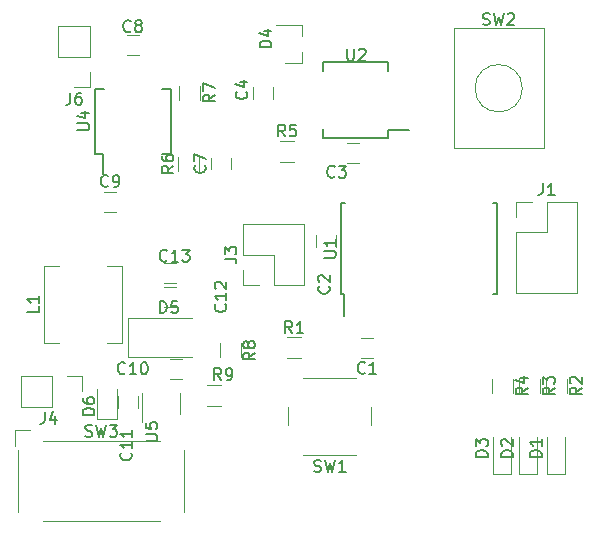
<source format=gto>
G04 #@! TF.FileFunction,Legend,Top*
%FSLAX46Y46*%
G04 Gerber Fmt 4.6, Leading zero omitted, Abs format (unit mm)*
G04 Created by KiCad (PCBNEW 4.0.7) date 11/06/17 18:42:07*
%MOMM*%
%LPD*%
G01*
G04 APERTURE LIST*
%ADD10C,0.100000*%
%ADD11C,0.120000*%
%ADD12C,0.150000*%
G04 APERTURE END LIST*
D10*
D11*
X59496000Y-152714000D02*
X59496000Y-147514000D01*
X56896000Y-152714000D02*
X59496000Y-152714000D01*
X54296000Y-147514000D02*
X59496000Y-147514000D01*
X56896000Y-152714000D02*
X56896000Y-150114000D01*
X56896000Y-150114000D02*
X54296000Y-150114000D01*
X54296000Y-150114000D02*
X54296000Y-147514000D01*
X55626000Y-152714000D02*
X54296000Y-152714000D01*
X54296000Y-152714000D02*
X54296000Y-151384000D01*
D12*
X62640000Y-153481000D02*
X62890000Y-153481000D01*
X62640000Y-145731000D02*
X62975000Y-145731000D01*
X75790000Y-145731000D02*
X75455000Y-145731000D01*
X75790000Y-153481000D02*
X75455000Y-153481000D01*
X62640000Y-153481000D02*
X62640000Y-145731000D01*
X75790000Y-153481000D02*
X75790000Y-145731000D01*
X62890000Y-153481000D02*
X62890000Y-155281000D01*
D11*
X63897000Y-160544000D02*
X59397000Y-160544000D01*
X65147000Y-164544000D02*
X65147000Y-163044000D01*
X59397000Y-167044000D02*
X63897000Y-167044000D01*
X58147000Y-163044000D02*
X58147000Y-164544000D01*
X79756000Y-141097000D02*
X79756000Y-130937000D01*
X72136000Y-130937000D02*
X79756000Y-130937000D01*
X72136000Y-130937000D02*
X72136000Y-141097000D01*
X72136000Y-141097000D02*
X79756000Y-141097000D01*
X77946000Y-136017000D02*
G75*
G03X77946000Y-136017000I-2000000J0D01*
G01*
X64290000Y-158838000D02*
X65290000Y-158838000D01*
X65290000Y-157138000D02*
X64290000Y-157138000D01*
X60491000Y-148451000D02*
X60491000Y-149451000D01*
X62191000Y-149451000D02*
X62191000Y-148451000D01*
X63147000Y-142328000D02*
X64147000Y-142328000D01*
X64147000Y-140628000D02*
X63147000Y-140628000D01*
X51601000Y-141887000D02*
X51601000Y-142887000D01*
X53301000Y-142887000D02*
X53301000Y-141887000D01*
X45458000Y-131484000D02*
X44458000Y-131484000D01*
X44458000Y-133184000D02*
X45458000Y-133184000D01*
X43553000Y-144819000D02*
X42553000Y-144819000D01*
X42553000Y-146519000D02*
X43553000Y-146519000D01*
X49141000Y-158916000D02*
X48141000Y-158916000D01*
X48141000Y-160616000D02*
X49141000Y-160616000D01*
X43727000Y-162060000D02*
X43727000Y-163060000D01*
X45427000Y-163060000D02*
X45427000Y-162060000D01*
X48653000Y-152820000D02*
X47653000Y-152820000D01*
X47653000Y-154520000D02*
X48653000Y-154520000D01*
X48653000Y-150788000D02*
X47653000Y-150788000D01*
X47653000Y-152488000D02*
X48653000Y-152488000D01*
X81576188Y-165510908D02*
X81576188Y-168710908D01*
X80076188Y-168710908D02*
X80076188Y-165510908D01*
X80076188Y-168710908D02*
X81576188Y-168710908D01*
X79163188Y-165510908D02*
X79163188Y-168710908D01*
X77663188Y-168710908D02*
X77663188Y-165510908D01*
X77663188Y-168710908D02*
X79163188Y-168710908D01*
X77004188Y-165510908D02*
X77004188Y-168710908D01*
X75504188Y-168710908D02*
X75504188Y-165510908D01*
X75504188Y-168710908D02*
X77004188Y-168710908D01*
X59291000Y-133853000D02*
X59291000Y-132923000D01*
X59291000Y-130693000D02*
X59291000Y-131623000D01*
X59291000Y-130693000D02*
X57131000Y-130693000D01*
X59291000Y-133853000D02*
X57831000Y-133853000D01*
X77410000Y-153349000D02*
X82610000Y-153349000D01*
X77410000Y-148209000D02*
X77410000Y-153349000D01*
X82610000Y-145609000D02*
X82610000Y-153349000D01*
X77410000Y-148209000D02*
X80010000Y-148209000D01*
X80010000Y-148209000D02*
X80010000Y-145609000D01*
X80010000Y-145609000D02*
X82610000Y-145609000D01*
X77410000Y-146939000D02*
X77410000Y-145609000D01*
X77410000Y-145609000D02*
X78740000Y-145609000D01*
X35500000Y-160341000D02*
X35500000Y-163001000D01*
X38100000Y-160341000D02*
X35500000Y-160341000D01*
X38100000Y-163001000D02*
X35500000Y-163001000D01*
X38100000Y-160341000D02*
X38100000Y-163001000D01*
X39370000Y-160341000D02*
X40700000Y-160341000D01*
X40700000Y-160341000D02*
X40700000Y-161671000D01*
X41335000Y-130750000D02*
X38675000Y-130750000D01*
X41335000Y-133350000D02*
X41335000Y-130750000D01*
X38675000Y-133350000D02*
X38675000Y-130750000D01*
X41335000Y-133350000D02*
X38675000Y-133350000D01*
X41335000Y-134620000D02*
X41335000Y-135950000D01*
X41335000Y-135950000D02*
X40005000Y-135950000D01*
X38752500Y-157580000D02*
X37492000Y-157580000D01*
X37492000Y-157580000D02*
X37492000Y-151030000D01*
X37492000Y-151030000D02*
X38752500Y-151030000D01*
X42781500Y-157580000D02*
X44042000Y-157580000D01*
X44042000Y-157580000D02*
X44042000Y-151030000D01*
X44042000Y-151030000D02*
X42781500Y-151030000D01*
X59227000Y-158868000D02*
X58027000Y-158868000D01*
X58027000Y-157108000D02*
X59227000Y-157108000D01*
X79946188Y-161809908D02*
X79946188Y-160609908D01*
X81706188Y-160609908D02*
X81706188Y-161809908D01*
X77660188Y-161809908D02*
X77660188Y-160609908D01*
X79420188Y-160609908D02*
X79420188Y-161809908D01*
X75374188Y-161809908D02*
X75374188Y-160609908D01*
X77134188Y-160609908D02*
X77134188Y-161809908D01*
X58639000Y-142231000D02*
X57439000Y-142231000D01*
X57439000Y-140471000D02*
X58639000Y-140471000D01*
X50537000Y-141814000D02*
X50537000Y-143014000D01*
X48777000Y-143014000D02*
X48777000Y-141814000D01*
X48904000Y-136998000D02*
X48904000Y-135798000D01*
X50664000Y-135798000D02*
X50664000Y-136998000D01*
X52333000Y-158762000D02*
X52333000Y-157562000D01*
X54093000Y-157562000D02*
X54093000Y-158762000D01*
X51263000Y-161172000D02*
X52463000Y-161172000D01*
X52463000Y-162932000D02*
X51263000Y-162932000D01*
D12*
X66614000Y-140238000D02*
X66614000Y-139583000D01*
X61114000Y-140238000D02*
X61114000Y-139488000D01*
X61114000Y-133828000D02*
X61114000Y-134578000D01*
X66614000Y-133828000D02*
X66614000Y-134578000D01*
X66614000Y-140238000D02*
X61114000Y-140238000D01*
X66614000Y-133828000D02*
X61114000Y-133828000D01*
X66614000Y-139583000D02*
X68364000Y-139583000D01*
X41753000Y-141561000D02*
X42408000Y-141561000D01*
X41753000Y-136061000D02*
X42503000Y-136061000D01*
X48163000Y-136061000D02*
X47413000Y-136061000D01*
X48163000Y-141561000D02*
X47413000Y-141561000D01*
X41753000Y-141561000D02*
X41753000Y-136061000D01*
X48163000Y-141561000D02*
X48163000Y-136061000D01*
X42408000Y-141561000D02*
X42408000Y-143311000D01*
D11*
X48981000Y-163587000D02*
X48981000Y-161787000D01*
X45761000Y-161787000D02*
X45761000Y-164237000D01*
X41949000Y-164060000D02*
X43649000Y-164060000D01*
X43649000Y-164060000D02*
X43649000Y-161510000D01*
X41949000Y-164060000D02*
X41949000Y-161510000D01*
X44606000Y-155449000D02*
X44606000Y-158749000D01*
X44606000Y-158749000D02*
X50006000Y-158749000D01*
X44606000Y-155449000D02*
X50006000Y-155449000D01*
X56857000Y-136898000D02*
X56857000Y-135898000D01*
X55157000Y-135898000D02*
X55157000Y-136898000D01*
X34991000Y-164971000D02*
X36291000Y-164971000D01*
X34991000Y-166271000D02*
X34991000Y-164971000D01*
X47241000Y-172621000D02*
X37341000Y-172621000D01*
X37341000Y-165921000D02*
X47241000Y-165921000D01*
X35291000Y-171871000D02*
X35291000Y-166671000D01*
X49291000Y-166671000D02*
X49291000Y-171871000D01*
D12*
X52748381Y-150447333D02*
X53462667Y-150447333D01*
X53605524Y-150494953D01*
X53700762Y-150590191D01*
X53748381Y-150733048D01*
X53748381Y-150828286D01*
X52748381Y-150066381D02*
X52748381Y-149447333D01*
X53129333Y-149780667D01*
X53129333Y-149637809D01*
X53176952Y-149542571D01*
X53224571Y-149494952D01*
X53319810Y-149447333D01*
X53557905Y-149447333D01*
X53653143Y-149494952D01*
X53700762Y-149542571D01*
X53748381Y-149637809D01*
X53748381Y-149923524D01*
X53700762Y-150018762D01*
X53653143Y-150066381D01*
X61167381Y-150367905D02*
X61976905Y-150367905D01*
X62072143Y-150320286D01*
X62119762Y-150272667D01*
X62167381Y-150177429D01*
X62167381Y-149986952D01*
X62119762Y-149891714D01*
X62072143Y-149844095D01*
X61976905Y-149796476D01*
X61167381Y-149796476D01*
X62167381Y-148796476D02*
X62167381Y-149367905D01*
X62167381Y-149082191D02*
X61167381Y-149082191D01*
X61310238Y-149177429D01*
X61405476Y-149272667D01*
X61453095Y-149367905D01*
X60313667Y-168448762D02*
X60456524Y-168496381D01*
X60694620Y-168496381D01*
X60789858Y-168448762D01*
X60837477Y-168401143D01*
X60885096Y-168305905D01*
X60885096Y-168210667D01*
X60837477Y-168115429D01*
X60789858Y-168067810D01*
X60694620Y-168020190D01*
X60504143Y-167972571D01*
X60408905Y-167924952D01*
X60361286Y-167877333D01*
X60313667Y-167782095D01*
X60313667Y-167686857D01*
X60361286Y-167591619D01*
X60408905Y-167544000D01*
X60504143Y-167496381D01*
X60742239Y-167496381D01*
X60885096Y-167544000D01*
X61218429Y-167496381D02*
X61456524Y-168496381D01*
X61647001Y-167782095D01*
X61837477Y-168496381D01*
X62075572Y-167496381D01*
X62980334Y-168496381D02*
X62408905Y-168496381D01*
X62694619Y-168496381D02*
X62694619Y-167496381D01*
X62599381Y-167639238D01*
X62504143Y-167734476D01*
X62408905Y-167782095D01*
X74612667Y-130611762D02*
X74755524Y-130659381D01*
X74993620Y-130659381D01*
X75088858Y-130611762D01*
X75136477Y-130564143D01*
X75184096Y-130468905D01*
X75184096Y-130373667D01*
X75136477Y-130278429D01*
X75088858Y-130230810D01*
X74993620Y-130183190D01*
X74803143Y-130135571D01*
X74707905Y-130087952D01*
X74660286Y-130040333D01*
X74612667Y-129945095D01*
X74612667Y-129849857D01*
X74660286Y-129754619D01*
X74707905Y-129707000D01*
X74803143Y-129659381D01*
X75041239Y-129659381D01*
X75184096Y-129707000D01*
X75517429Y-129659381D02*
X75755524Y-130659381D01*
X75946001Y-129945095D01*
X76136477Y-130659381D01*
X76374572Y-129659381D01*
X76707905Y-129754619D02*
X76755524Y-129707000D01*
X76850762Y-129659381D01*
X77088858Y-129659381D01*
X77184096Y-129707000D01*
X77231715Y-129754619D01*
X77279334Y-129849857D01*
X77279334Y-129945095D01*
X77231715Y-130087952D01*
X76660286Y-130659381D01*
X77279334Y-130659381D01*
X64623334Y-160095143D02*
X64575715Y-160142762D01*
X64432858Y-160190381D01*
X64337620Y-160190381D01*
X64194762Y-160142762D01*
X64099524Y-160047524D01*
X64051905Y-159952286D01*
X64004286Y-159761810D01*
X64004286Y-159618952D01*
X64051905Y-159428476D01*
X64099524Y-159333238D01*
X64194762Y-159238000D01*
X64337620Y-159190381D01*
X64432858Y-159190381D01*
X64575715Y-159238000D01*
X64623334Y-159285619D01*
X65575715Y-160190381D02*
X65004286Y-160190381D01*
X65290000Y-160190381D02*
X65290000Y-159190381D01*
X65194762Y-159333238D01*
X65099524Y-159428476D01*
X65004286Y-159476095D01*
X61571143Y-152780666D02*
X61618762Y-152828285D01*
X61666381Y-152971142D01*
X61666381Y-153066380D01*
X61618762Y-153209238D01*
X61523524Y-153304476D01*
X61428286Y-153352095D01*
X61237810Y-153399714D01*
X61094952Y-153399714D01*
X60904476Y-153352095D01*
X60809238Y-153304476D01*
X60714000Y-153209238D01*
X60666381Y-153066380D01*
X60666381Y-152971142D01*
X60714000Y-152828285D01*
X60761619Y-152780666D01*
X60761619Y-152399714D02*
X60714000Y-152352095D01*
X60666381Y-152256857D01*
X60666381Y-152018761D01*
X60714000Y-151923523D01*
X60761619Y-151875904D01*
X60856857Y-151828285D01*
X60952095Y-151828285D01*
X61094952Y-151875904D01*
X61666381Y-152447333D01*
X61666381Y-151828285D01*
X62063334Y-143486143D02*
X62015715Y-143533762D01*
X61872858Y-143581381D01*
X61777620Y-143581381D01*
X61634762Y-143533762D01*
X61539524Y-143438524D01*
X61491905Y-143343286D01*
X61444286Y-143152810D01*
X61444286Y-143009952D01*
X61491905Y-142819476D01*
X61539524Y-142724238D01*
X61634762Y-142629000D01*
X61777620Y-142581381D01*
X61872858Y-142581381D01*
X62015715Y-142629000D01*
X62063334Y-142676619D01*
X62396667Y-142581381D02*
X63015715Y-142581381D01*
X62682381Y-142962333D01*
X62825239Y-142962333D01*
X62920477Y-143009952D01*
X62968096Y-143057571D01*
X63015715Y-143152810D01*
X63015715Y-143390905D01*
X62968096Y-143486143D01*
X62920477Y-143533762D01*
X62825239Y-143581381D01*
X62539524Y-143581381D01*
X62444286Y-143533762D01*
X62396667Y-143486143D01*
X51058143Y-142553666D02*
X51105762Y-142601285D01*
X51153381Y-142744142D01*
X51153381Y-142839380D01*
X51105762Y-142982238D01*
X51010524Y-143077476D01*
X50915286Y-143125095D01*
X50724810Y-143172714D01*
X50581952Y-143172714D01*
X50391476Y-143125095D01*
X50296238Y-143077476D01*
X50201000Y-142982238D01*
X50153381Y-142839380D01*
X50153381Y-142744142D01*
X50201000Y-142601285D01*
X50248619Y-142553666D01*
X50153381Y-142220333D02*
X50153381Y-141553666D01*
X51153381Y-141982238D01*
X44791334Y-131167143D02*
X44743715Y-131214762D01*
X44600858Y-131262381D01*
X44505620Y-131262381D01*
X44362762Y-131214762D01*
X44267524Y-131119524D01*
X44219905Y-131024286D01*
X44172286Y-130833810D01*
X44172286Y-130690952D01*
X44219905Y-130500476D01*
X44267524Y-130405238D01*
X44362762Y-130310000D01*
X44505620Y-130262381D01*
X44600858Y-130262381D01*
X44743715Y-130310000D01*
X44791334Y-130357619D01*
X45362762Y-130690952D02*
X45267524Y-130643333D01*
X45219905Y-130595714D01*
X45172286Y-130500476D01*
X45172286Y-130452857D01*
X45219905Y-130357619D01*
X45267524Y-130310000D01*
X45362762Y-130262381D01*
X45553239Y-130262381D01*
X45648477Y-130310000D01*
X45696096Y-130357619D01*
X45743715Y-130452857D01*
X45743715Y-130500476D01*
X45696096Y-130595714D01*
X45648477Y-130643333D01*
X45553239Y-130690952D01*
X45362762Y-130690952D01*
X45267524Y-130738571D01*
X45219905Y-130786190D01*
X45172286Y-130881429D01*
X45172286Y-131071905D01*
X45219905Y-131167143D01*
X45267524Y-131214762D01*
X45362762Y-131262381D01*
X45553239Y-131262381D01*
X45648477Y-131214762D01*
X45696096Y-131167143D01*
X45743715Y-131071905D01*
X45743715Y-130881429D01*
X45696096Y-130786190D01*
X45648477Y-130738571D01*
X45553239Y-130690952D01*
X42886334Y-144276143D02*
X42838715Y-144323762D01*
X42695858Y-144371381D01*
X42600620Y-144371381D01*
X42457762Y-144323762D01*
X42362524Y-144228524D01*
X42314905Y-144133286D01*
X42267286Y-143942810D01*
X42267286Y-143799952D01*
X42314905Y-143609476D01*
X42362524Y-143514238D01*
X42457762Y-143419000D01*
X42600620Y-143371381D01*
X42695858Y-143371381D01*
X42838715Y-143419000D01*
X42886334Y-143466619D01*
X43362524Y-144371381D02*
X43553000Y-144371381D01*
X43648239Y-144323762D01*
X43695858Y-144276143D01*
X43791096Y-144133286D01*
X43838715Y-143942810D01*
X43838715Y-143561857D01*
X43791096Y-143466619D01*
X43743477Y-143419000D01*
X43648239Y-143371381D01*
X43457762Y-143371381D01*
X43362524Y-143419000D01*
X43314905Y-143466619D01*
X43267286Y-143561857D01*
X43267286Y-143799952D01*
X43314905Y-143895190D01*
X43362524Y-143942810D01*
X43457762Y-143990429D01*
X43648239Y-143990429D01*
X43743477Y-143942810D01*
X43791096Y-143895190D01*
X43838715Y-143799952D01*
X44315143Y-160123143D02*
X44267524Y-160170762D01*
X44124667Y-160218381D01*
X44029429Y-160218381D01*
X43886571Y-160170762D01*
X43791333Y-160075524D01*
X43743714Y-159980286D01*
X43696095Y-159789810D01*
X43696095Y-159646952D01*
X43743714Y-159456476D01*
X43791333Y-159361238D01*
X43886571Y-159266000D01*
X44029429Y-159218381D01*
X44124667Y-159218381D01*
X44267524Y-159266000D01*
X44315143Y-159313619D01*
X45267524Y-160218381D02*
X44696095Y-160218381D01*
X44981809Y-160218381D02*
X44981809Y-159218381D01*
X44886571Y-159361238D01*
X44791333Y-159456476D01*
X44696095Y-159504095D01*
X45886571Y-159218381D02*
X45981810Y-159218381D01*
X46077048Y-159266000D01*
X46124667Y-159313619D01*
X46172286Y-159408857D01*
X46219905Y-159599333D01*
X46219905Y-159837429D01*
X46172286Y-160027905D01*
X46124667Y-160123143D01*
X46077048Y-160170762D01*
X45981810Y-160218381D01*
X45886571Y-160218381D01*
X45791333Y-160170762D01*
X45743714Y-160123143D01*
X45696095Y-160027905D01*
X45648476Y-159837429D01*
X45648476Y-159599333D01*
X45696095Y-159408857D01*
X45743714Y-159313619D01*
X45791333Y-159266000D01*
X45886571Y-159218381D01*
X44807143Y-166885857D02*
X44854762Y-166933476D01*
X44902381Y-167076333D01*
X44902381Y-167171571D01*
X44854762Y-167314429D01*
X44759524Y-167409667D01*
X44664286Y-167457286D01*
X44473810Y-167504905D01*
X44330952Y-167504905D01*
X44140476Y-167457286D01*
X44045238Y-167409667D01*
X43950000Y-167314429D01*
X43902381Y-167171571D01*
X43902381Y-167076333D01*
X43950000Y-166933476D01*
X43997619Y-166885857D01*
X44902381Y-165933476D02*
X44902381Y-166504905D01*
X44902381Y-166219191D02*
X43902381Y-166219191D01*
X44045238Y-166314429D01*
X44140476Y-166409667D01*
X44188095Y-166504905D01*
X44902381Y-164981095D02*
X44902381Y-165552524D01*
X44902381Y-165266810D02*
X43902381Y-165266810D01*
X44045238Y-165362048D01*
X44140476Y-165457286D01*
X44188095Y-165552524D01*
X52808143Y-154312857D02*
X52855762Y-154360476D01*
X52903381Y-154503333D01*
X52903381Y-154598571D01*
X52855762Y-154741429D01*
X52760524Y-154836667D01*
X52665286Y-154884286D01*
X52474810Y-154931905D01*
X52331952Y-154931905D01*
X52141476Y-154884286D01*
X52046238Y-154836667D01*
X51951000Y-154741429D01*
X51903381Y-154598571D01*
X51903381Y-154503333D01*
X51951000Y-154360476D01*
X51998619Y-154312857D01*
X52903381Y-153360476D02*
X52903381Y-153931905D01*
X52903381Y-153646191D02*
X51903381Y-153646191D01*
X52046238Y-153741429D01*
X52141476Y-153836667D01*
X52189095Y-153931905D01*
X51998619Y-152979524D02*
X51951000Y-152931905D01*
X51903381Y-152836667D01*
X51903381Y-152598571D01*
X51951000Y-152503333D01*
X51998619Y-152455714D01*
X52093857Y-152408095D01*
X52189095Y-152408095D01*
X52331952Y-152455714D01*
X52903381Y-153027143D01*
X52903381Y-152408095D01*
X47871143Y-150598143D02*
X47823524Y-150645762D01*
X47680667Y-150693381D01*
X47585429Y-150693381D01*
X47442571Y-150645762D01*
X47347333Y-150550524D01*
X47299714Y-150455286D01*
X47252095Y-150264810D01*
X47252095Y-150121952D01*
X47299714Y-149931476D01*
X47347333Y-149836238D01*
X47442571Y-149741000D01*
X47585429Y-149693381D01*
X47680667Y-149693381D01*
X47823524Y-149741000D01*
X47871143Y-149788619D01*
X48823524Y-150693381D02*
X48252095Y-150693381D01*
X48537809Y-150693381D02*
X48537809Y-149693381D01*
X48442571Y-149836238D01*
X48347333Y-149931476D01*
X48252095Y-149979095D01*
X49156857Y-149693381D02*
X49775905Y-149693381D01*
X49442571Y-150074333D01*
X49585429Y-150074333D01*
X49680667Y-150121952D01*
X49728286Y-150169571D01*
X49775905Y-150264810D01*
X49775905Y-150502905D01*
X49728286Y-150598143D01*
X49680667Y-150645762D01*
X49585429Y-150693381D01*
X49299714Y-150693381D01*
X49204476Y-150645762D01*
X49156857Y-150598143D01*
X79578569Y-167249003D02*
X78578569Y-167249003D01*
X78578569Y-167010908D01*
X78626188Y-166868050D01*
X78721426Y-166772812D01*
X78816664Y-166725193D01*
X79007140Y-166677574D01*
X79149998Y-166677574D01*
X79340474Y-166725193D01*
X79435712Y-166772812D01*
X79530950Y-166868050D01*
X79578569Y-167010908D01*
X79578569Y-167249003D01*
X79578569Y-165725193D02*
X79578569Y-166296622D01*
X79578569Y-166010908D02*
X78578569Y-166010908D01*
X78721426Y-166106146D01*
X78816664Y-166201384D01*
X78864283Y-166296622D01*
X77165569Y-167249003D02*
X76165569Y-167249003D01*
X76165569Y-167010908D01*
X76213188Y-166868050D01*
X76308426Y-166772812D01*
X76403664Y-166725193D01*
X76594140Y-166677574D01*
X76736998Y-166677574D01*
X76927474Y-166725193D01*
X77022712Y-166772812D01*
X77117950Y-166868050D01*
X77165569Y-167010908D01*
X77165569Y-167249003D01*
X76260807Y-166296622D02*
X76213188Y-166249003D01*
X76165569Y-166153765D01*
X76165569Y-165915669D01*
X76213188Y-165820431D01*
X76260807Y-165772812D01*
X76356045Y-165725193D01*
X76451283Y-165725193D01*
X76594140Y-165772812D01*
X77165569Y-166344241D01*
X77165569Y-165725193D01*
X75006569Y-167249003D02*
X74006569Y-167249003D01*
X74006569Y-167010908D01*
X74054188Y-166868050D01*
X74149426Y-166772812D01*
X74244664Y-166725193D01*
X74435140Y-166677574D01*
X74577998Y-166677574D01*
X74768474Y-166725193D01*
X74863712Y-166772812D01*
X74958950Y-166868050D01*
X75006569Y-167010908D01*
X75006569Y-167249003D01*
X74006569Y-166344241D02*
X74006569Y-165725193D01*
X74387521Y-166058527D01*
X74387521Y-165915669D01*
X74435140Y-165820431D01*
X74482759Y-165772812D01*
X74577998Y-165725193D01*
X74816093Y-165725193D01*
X74911331Y-165772812D01*
X74958950Y-165820431D01*
X75006569Y-165915669D01*
X75006569Y-166201384D01*
X74958950Y-166296622D01*
X74911331Y-166344241D01*
X56713381Y-132564095D02*
X55713381Y-132564095D01*
X55713381Y-132326000D01*
X55761000Y-132183142D01*
X55856238Y-132087904D01*
X55951476Y-132040285D01*
X56141952Y-131992666D01*
X56284810Y-131992666D01*
X56475286Y-132040285D01*
X56570524Y-132087904D01*
X56665762Y-132183142D01*
X56713381Y-132326000D01*
X56713381Y-132564095D01*
X56046714Y-131135523D02*
X56713381Y-131135523D01*
X55665762Y-131373619D02*
X56380048Y-131611714D01*
X56380048Y-130992666D01*
X79676667Y-144061381D02*
X79676667Y-144775667D01*
X79629047Y-144918524D01*
X79533809Y-145013762D01*
X79390952Y-145061381D01*
X79295714Y-145061381D01*
X80676667Y-145061381D02*
X80105238Y-145061381D01*
X80390952Y-145061381D02*
X80390952Y-144061381D01*
X80295714Y-144204238D01*
X80200476Y-144299476D01*
X80105238Y-144347095D01*
X37512667Y-163409381D02*
X37512667Y-164123667D01*
X37465047Y-164266524D01*
X37369809Y-164361762D01*
X37226952Y-164409381D01*
X37131714Y-164409381D01*
X38417429Y-163742714D02*
X38417429Y-164409381D01*
X38179333Y-163361762D02*
X37941238Y-164076048D01*
X38560286Y-164076048D01*
X39671667Y-136402381D02*
X39671667Y-137116667D01*
X39624047Y-137259524D01*
X39528809Y-137354762D01*
X39385952Y-137402381D01*
X39290714Y-137402381D01*
X40576429Y-136402381D02*
X40385952Y-136402381D01*
X40290714Y-136450000D01*
X40243095Y-136497619D01*
X40147857Y-136640476D01*
X40100238Y-136830952D01*
X40100238Y-137211905D01*
X40147857Y-137307143D01*
X40195476Y-137354762D01*
X40290714Y-137402381D01*
X40481191Y-137402381D01*
X40576429Y-137354762D01*
X40624048Y-137307143D01*
X40671667Y-137211905D01*
X40671667Y-136973810D01*
X40624048Y-136878571D01*
X40576429Y-136830952D01*
X40481191Y-136783333D01*
X40290714Y-136783333D01*
X40195476Y-136830952D01*
X40147857Y-136878571D01*
X40100238Y-136973810D01*
X37044381Y-154471666D02*
X37044381Y-154947857D01*
X36044381Y-154947857D01*
X37044381Y-153614523D02*
X37044381Y-154185952D01*
X37044381Y-153900238D02*
X36044381Y-153900238D01*
X36187238Y-153995476D01*
X36282476Y-154090714D01*
X36330095Y-154185952D01*
X58460334Y-156740381D02*
X58127000Y-156264190D01*
X57888905Y-156740381D02*
X57888905Y-155740381D01*
X58269858Y-155740381D01*
X58365096Y-155788000D01*
X58412715Y-155835619D01*
X58460334Y-155930857D01*
X58460334Y-156073714D01*
X58412715Y-156168952D01*
X58365096Y-156216571D01*
X58269858Y-156264190D01*
X57888905Y-156264190D01*
X59412715Y-156740381D02*
X58841286Y-156740381D01*
X59127000Y-156740381D02*
X59127000Y-155740381D01*
X59031762Y-155883238D01*
X58936524Y-155978476D01*
X58841286Y-156026095D01*
X82978569Y-161376574D02*
X82502378Y-161709908D01*
X82978569Y-161948003D02*
X81978569Y-161948003D01*
X81978569Y-161567050D01*
X82026188Y-161471812D01*
X82073807Y-161424193D01*
X82169045Y-161376574D01*
X82311902Y-161376574D01*
X82407140Y-161424193D01*
X82454759Y-161471812D01*
X82502378Y-161567050D01*
X82502378Y-161948003D01*
X82073807Y-160995622D02*
X82026188Y-160948003D01*
X81978569Y-160852765D01*
X81978569Y-160614669D01*
X82026188Y-160519431D01*
X82073807Y-160471812D01*
X82169045Y-160424193D01*
X82264283Y-160424193D01*
X82407140Y-160471812D01*
X82978569Y-161043241D01*
X82978569Y-160424193D01*
X80692569Y-161376574D02*
X80216378Y-161709908D01*
X80692569Y-161948003D02*
X79692569Y-161948003D01*
X79692569Y-161567050D01*
X79740188Y-161471812D01*
X79787807Y-161424193D01*
X79883045Y-161376574D01*
X80025902Y-161376574D01*
X80121140Y-161424193D01*
X80168759Y-161471812D01*
X80216378Y-161567050D01*
X80216378Y-161948003D01*
X79692569Y-161043241D02*
X79692569Y-160424193D01*
X80073521Y-160757527D01*
X80073521Y-160614669D01*
X80121140Y-160519431D01*
X80168759Y-160471812D01*
X80263998Y-160424193D01*
X80502093Y-160424193D01*
X80597331Y-160471812D01*
X80644950Y-160519431D01*
X80692569Y-160614669D01*
X80692569Y-160900384D01*
X80644950Y-160995622D01*
X80597331Y-161043241D01*
X78406569Y-161376574D02*
X77930378Y-161709908D01*
X78406569Y-161948003D02*
X77406569Y-161948003D01*
X77406569Y-161567050D01*
X77454188Y-161471812D01*
X77501807Y-161424193D01*
X77597045Y-161376574D01*
X77739902Y-161376574D01*
X77835140Y-161424193D01*
X77882759Y-161471812D01*
X77930378Y-161567050D01*
X77930378Y-161948003D01*
X77739902Y-160519431D02*
X78406569Y-160519431D01*
X77358950Y-160757527D02*
X78073236Y-160995622D01*
X78073236Y-160376574D01*
X57872334Y-140103381D02*
X57539000Y-139627190D01*
X57300905Y-140103381D02*
X57300905Y-139103381D01*
X57681858Y-139103381D01*
X57777096Y-139151000D01*
X57824715Y-139198619D01*
X57872334Y-139293857D01*
X57872334Y-139436714D01*
X57824715Y-139531952D01*
X57777096Y-139579571D01*
X57681858Y-139627190D01*
X57300905Y-139627190D01*
X58777096Y-139103381D02*
X58300905Y-139103381D01*
X58253286Y-139579571D01*
X58300905Y-139531952D01*
X58396143Y-139484333D01*
X58634239Y-139484333D01*
X58729477Y-139531952D01*
X58777096Y-139579571D01*
X58824715Y-139674810D01*
X58824715Y-139912905D01*
X58777096Y-140008143D01*
X58729477Y-140055762D01*
X58634239Y-140103381D01*
X58396143Y-140103381D01*
X58300905Y-140055762D01*
X58253286Y-140008143D01*
X48409381Y-142580666D02*
X47933190Y-142914000D01*
X48409381Y-143152095D02*
X47409381Y-143152095D01*
X47409381Y-142771142D01*
X47457000Y-142675904D01*
X47504619Y-142628285D01*
X47599857Y-142580666D01*
X47742714Y-142580666D01*
X47837952Y-142628285D01*
X47885571Y-142675904D01*
X47933190Y-142771142D01*
X47933190Y-143152095D01*
X47409381Y-141723523D02*
X47409381Y-141914000D01*
X47457000Y-142009238D01*
X47504619Y-142056857D01*
X47647476Y-142152095D01*
X47837952Y-142199714D01*
X48218905Y-142199714D01*
X48314143Y-142152095D01*
X48361762Y-142104476D01*
X48409381Y-142009238D01*
X48409381Y-141818761D01*
X48361762Y-141723523D01*
X48314143Y-141675904D01*
X48218905Y-141628285D01*
X47980810Y-141628285D01*
X47885571Y-141675904D01*
X47837952Y-141723523D01*
X47790333Y-141818761D01*
X47790333Y-142009238D01*
X47837952Y-142104476D01*
X47885571Y-142152095D01*
X47980810Y-142199714D01*
X51936381Y-136564666D02*
X51460190Y-136898000D01*
X51936381Y-137136095D02*
X50936381Y-137136095D01*
X50936381Y-136755142D01*
X50984000Y-136659904D01*
X51031619Y-136612285D01*
X51126857Y-136564666D01*
X51269714Y-136564666D01*
X51364952Y-136612285D01*
X51412571Y-136659904D01*
X51460190Y-136755142D01*
X51460190Y-137136095D01*
X50936381Y-136231333D02*
X50936381Y-135564666D01*
X51936381Y-135993238D01*
X55316381Y-158408666D02*
X54840190Y-158742000D01*
X55316381Y-158980095D02*
X54316381Y-158980095D01*
X54316381Y-158599142D01*
X54364000Y-158503904D01*
X54411619Y-158456285D01*
X54506857Y-158408666D01*
X54649714Y-158408666D01*
X54744952Y-158456285D01*
X54792571Y-158503904D01*
X54840190Y-158599142D01*
X54840190Y-158980095D01*
X54744952Y-157837238D02*
X54697333Y-157932476D01*
X54649714Y-157980095D01*
X54554476Y-158027714D01*
X54506857Y-158027714D01*
X54411619Y-157980095D01*
X54364000Y-157932476D01*
X54316381Y-157837238D01*
X54316381Y-157646761D01*
X54364000Y-157551523D01*
X54411619Y-157503904D01*
X54506857Y-157456285D01*
X54554476Y-157456285D01*
X54649714Y-157503904D01*
X54697333Y-157551523D01*
X54744952Y-157646761D01*
X54744952Y-157837238D01*
X54792571Y-157932476D01*
X54840190Y-157980095D01*
X54935429Y-158027714D01*
X55125905Y-158027714D01*
X55221143Y-157980095D01*
X55268762Y-157932476D01*
X55316381Y-157837238D01*
X55316381Y-157646761D01*
X55268762Y-157551523D01*
X55221143Y-157503904D01*
X55125905Y-157456285D01*
X54935429Y-157456285D01*
X54840190Y-157503904D01*
X54792571Y-157551523D01*
X54744952Y-157646761D01*
X52458334Y-160726381D02*
X52125000Y-160250190D01*
X51886905Y-160726381D02*
X51886905Y-159726381D01*
X52267858Y-159726381D01*
X52363096Y-159774000D01*
X52410715Y-159821619D01*
X52458334Y-159916857D01*
X52458334Y-160059714D01*
X52410715Y-160154952D01*
X52363096Y-160202571D01*
X52267858Y-160250190D01*
X51886905Y-160250190D01*
X52934524Y-160726381D02*
X53125000Y-160726381D01*
X53220239Y-160678762D01*
X53267858Y-160631143D01*
X53363096Y-160488286D01*
X53410715Y-160297810D01*
X53410715Y-159916857D01*
X53363096Y-159821619D01*
X53315477Y-159774000D01*
X53220239Y-159726381D01*
X53029762Y-159726381D01*
X52934524Y-159774000D01*
X52886905Y-159821619D01*
X52839286Y-159916857D01*
X52839286Y-160154952D01*
X52886905Y-160250190D01*
X52934524Y-160297810D01*
X53029762Y-160345429D01*
X53220239Y-160345429D01*
X53315477Y-160297810D01*
X53363096Y-160250190D01*
X53410715Y-160154952D01*
X63102095Y-132675381D02*
X63102095Y-133484905D01*
X63149714Y-133580143D01*
X63197333Y-133627762D01*
X63292571Y-133675381D01*
X63483048Y-133675381D01*
X63578286Y-133627762D01*
X63625905Y-133580143D01*
X63673524Y-133484905D01*
X63673524Y-132675381D01*
X64102095Y-132770619D02*
X64149714Y-132723000D01*
X64244952Y-132675381D01*
X64483048Y-132675381D01*
X64578286Y-132723000D01*
X64625905Y-132770619D01*
X64673524Y-132865857D01*
X64673524Y-132961095D01*
X64625905Y-133103952D01*
X64054476Y-133675381D01*
X64673524Y-133675381D01*
X40280381Y-139572905D02*
X41089905Y-139572905D01*
X41185143Y-139525286D01*
X41232762Y-139477667D01*
X41280381Y-139382429D01*
X41280381Y-139191952D01*
X41232762Y-139096714D01*
X41185143Y-139049095D01*
X41089905Y-139001476D01*
X40280381Y-139001476D01*
X40613714Y-138096714D02*
X41280381Y-138096714D01*
X40232762Y-138334810D02*
X40947048Y-138572905D01*
X40947048Y-137953857D01*
X46061381Y-165861905D02*
X46870905Y-165861905D01*
X46966143Y-165814286D01*
X47013762Y-165766667D01*
X47061381Y-165671429D01*
X47061381Y-165480952D01*
X47013762Y-165385714D01*
X46966143Y-165338095D01*
X46870905Y-165290476D01*
X46061381Y-165290476D01*
X46061381Y-164338095D02*
X46061381Y-164814286D01*
X46537571Y-164861905D01*
X46489952Y-164814286D01*
X46442333Y-164719048D01*
X46442333Y-164480952D01*
X46489952Y-164385714D01*
X46537571Y-164338095D01*
X46632810Y-164290476D01*
X46870905Y-164290476D01*
X46966143Y-164338095D01*
X47013762Y-164385714D01*
X47061381Y-164480952D01*
X47061381Y-164719048D01*
X47013762Y-164814286D01*
X46966143Y-164861905D01*
X41727381Y-163679095D02*
X40727381Y-163679095D01*
X40727381Y-163441000D01*
X40775000Y-163298142D01*
X40870238Y-163202904D01*
X40965476Y-163155285D01*
X41155952Y-163107666D01*
X41298810Y-163107666D01*
X41489286Y-163155285D01*
X41584524Y-163202904D01*
X41679762Y-163298142D01*
X41727381Y-163441000D01*
X41727381Y-163679095D01*
X40727381Y-162250523D02*
X40727381Y-162441000D01*
X40775000Y-162536238D01*
X40822619Y-162583857D01*
X40965476Y-162679095D01*
X41155952Y-162726714D01*
X41536905Y-162726714D01*
X41632143Y-162679095D01*
X41679762Y-162631476D01*
X41727381Y-162536238D01*
X41727381Y-162345761D01*
X41679762Y-162250523D01*
X41632143Y-162202904D01*
X41536905Y-162155285D01*
X41298810Y-162155285D01*
X41203571Y-162202904D01*
X41155952Y-162250523D01*
X41108333Y-162345761D01*
X41108333Y-162536238D01*
X41155952Y-162631476D01*
X41203571Y-162679095D01*
X41298810Y-162726714D01*
X47267905Y-155051381D02*
X47267905Y-154051381D01*
X47506000Y-154051381D01*
X47648858Y-154099000D01*
X47744096Y-154194238D01*
X47791715Y-154289476D01*
X47839334Y-154479952D01*
X47839334Y-154622810D01*
X47791715Y-154813286D01*
X47744096Y-154908524D01*
X47648858Y-155003762D01*
X47506000Y-155051381D01*
X47267905Y-155051381D01*
X48744096Y-154051381D02*
X48267905Y-154051381D01*
X48220286Y-154527571D01*
X48267905Y-154479952D01*
X48363143Y-154432333D01*
X48601239Y-154432333D01*
X48696477Y-154479952D01*
X48744096Y-154527571D01*
X48791715Y-154622810D01*
X48791715Y-154860905D01*
X48744096Y-154956143D01*
X48696477Y-155003762D01*
X48601239Y-155051381D01*
X48363143Y-155051381D01*
X48267905Y-155003762D01*
X48220286Y-154956143D01*
X54586143Y-136310666D02*
X54633762Y-136358285D01*
X54681381Y-136501142D01*
X54681381Y-136596380D01*
X54633762Y-136739238D01*
X54538524Y-136834476D01*
X54443286Y-136882095D01*
X54252810Y-136929714D01*
X54109952Y-136929714D01*
X53919476Y-136882095D01*
X53824238Y-136834476D01*
X53729000Y-136739238D01*
X53681381Y-136596380D01*
X53681381Y-136501142D01*
X53729000Y-136358285D01*
X53776619Y-136310666D01*
X54014714Y-135453523D02*
X54681381Y-135453523D01*
X53633762Y-135691619D02*
X54348048Y-135929714D01*
X54348048Y-135310666D01*
X40957667Y-165475762D02*
X41100524Y-165523381D01*
X41338620Y-165523381D01*
X41433858Y-165475762D01*
X41481477Y-165428143D01*
X41529096Y-165332905D01*
X41529096Y-165237667D01*
X41481477Y-165142429D01*
X41433858Y-165094810D01*
X41338620Y-165047190D01*
X41148143Y-164999571D01*
X41052905Y-164951952D01*
X41005286Y-164904333D01*
X40957667Y-164809095D01*
X40957667Y-164713857D01*
X41005286Y-164618619D01*
X41052905Y-164571000D01*
X41148143Y-164523381D01*
X41386239Y-164523381D01*
X41529096Y-164571000D01*
X41862429Y-164523381D02*
X42100524Y-165523381D01*
X42291001Y-164809095D01*
X42481477Y-165523381D01*
X42719572Y-164523381D01*
X43005286Y-164523381D02*
X43624334Y-164523381D01*
X43291000Y-164904333D01*
X43433858Y-164904333D01*
X43529096Y-164951952D01*
X43576715Y-164999571D01*
X43624334Y-165094810D01*
X43624334Y-165332905D01*
X43576715Y-165428143D01*
X43529096Y-165475762D01*
X43433858Y-165523381D01*
X43148143Y-165523381D01*
X43052905Y-165475762D01*
X43005286Y-165428143D01*
M02*

</source>
